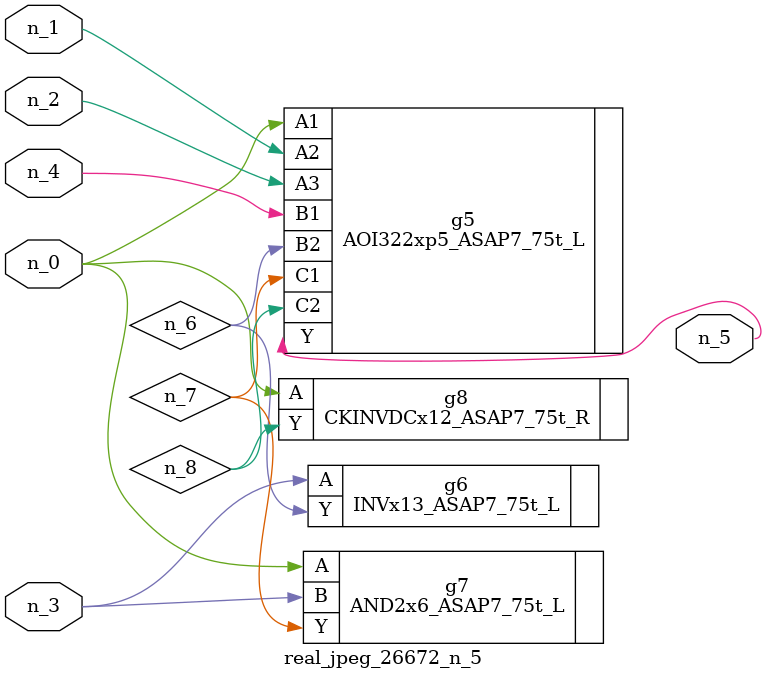
<source format=v>
module real_jpeg_26672_n_5 (n_4, n_0, n_1, n_2, n_3, n_5);

input n_4;
input n_0;
input n_1;
input n_2;
input n_3;

output n_5;

wire n_8;
wire n_6;
wire n_7;

AOI322xp5_ASAP7_75t_L g5 ( 
.A1(n_0),
.A2(n_1),
.A3(n_2),
.B1(n_4),
.B2(n_6),
.C1(n_7),
.C2(n_8),
.Y(n_5)
);

AND2x6_ASAP7_75t_L g7 ( 
.A(n_0),
.B(n_3),
.Y(n_7)
);

CKINVDCx12_ASAP7_75t_R g8 ( 
.A(n_0),
.Y(n_8)
);

INVx13_ASAP7_75t_L g6 ( 
.A(n_3),
.Y(n_6)
);


endmodule
</source>
